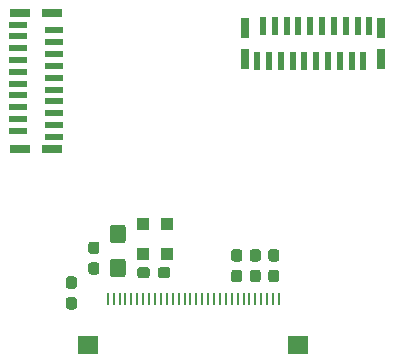
<source format=gbr>
%TF.GenerationSoftware,KiCad,Pcbnew,(5.1.6)-1*%
%TF.CreationDate,2020-11-14T16:31:53+00:00*%
%TF.ProjectId,Displayboard4,44697370-6c61-4796-926f-617264342e6b,rev?*%
%TF.SameCoordinates,Original*%
%TF.FileFunction,Paste,Top*%
%TF.FilePolarity,Positive*%
%FSLAX46Y46*%
G04 Gerber Fmt 4.6, Leading zero omitted, Abs format (unit mm)*
G04 Created by KiCad (PCBNEW (5.1.6)-1) date 2020-11-14 16:31:53*
%MOMM*%
%LPD*%
G01*
G04 APERTURE LIST*
%ADD10R,0.250000X1.100000*%
%ADD11R,1.700000X1.500000*%
%ADD12R,1.800000X0.800000*%
%ADD13R,1.500000X0.600000*%
%ADD14R,0.600000X1.500000*%
%ADD15R,0.800000X1.800000*%
%ADD16R,1.000000X1.000000*%
G04 APERTURE END LIST*
D10*
%TO.C,U1*%
X129750000Y-75870000D03*
X129250000Y-75870000D03*
X128750000Y-75870000D03*
X128250000Y-75870000D03*
X127750000Y-75870000D03*
X127250000Y-75870000D03*
X126750000Y-75870000D03*
X126250000Y-75870000D03*
X125750000Y-75870000D03*
X125250000Y-75870000D03*
X124750000Y-75870000D03*
X124250000Y-75870000D03*
X123750000Y-75870000D03*
X123250000Y-75870000D03*
X122750000Y-75870000D03*
X122250000Y-75870000D03*
X121750000Y-75870000D03*
X121250000Y-75870000D03*
X120750000Y-75870000D03*
X120250000Y-75870000D03*
X119750000Y-75870000D03*
X119250000Y-75870000D03*
X118750000Y-75870000D03*
X118250000Y-75870000D03*
X117750000Y-75870000D03*
X117250000Y-75870000D03*
X116750000Y-75870000D03*
X115750000Y-75870000D03*
X115250000Y-75870000D03*
X116250000Y-75870000D03*
D11*
X131400000Y-79770000D03*
X113600000Y-79770000D03*
%TD*%
%TO.C,C2*%
G36*
G01*
X116525001Y-71125000D02*
X115674999Y-71125000D01*
G75*
G02*
X115425000Y-70875001I0J249999D01*
G01*
X115425000Y-69799999D01*
G75*
G02*
X115674999Y-69550000I249999J0D01*
G01*
X116525001Y-69550000D01*
G75*
G02*
X116775000Y-69799999I0J-249999D01*
G01*
X116775000Y-70875001D01*
G75*
G02*
X116525001Y-71125000I-249999J0D01*
G01*
G37*
G36*
G01*
X116525001Y-74000000D02*
X115674999Y-74000000D01*
G75*
G02*
X115425000Y-73750001I0J249999D01*
G01*
X115425000Y-72674999D01*
G75*
G02*
X115674999Y-72425000I249999J0D01*
G01*
X116525001Y-72425000D01*
G75*
G02*
X116775000Y-72674999I0J-249999D01*
G01*
X116775000Y-73750001D01*
G75*
G02*
X116525001Y-74000000I-249999J0D01*
G01*
G37*
%TD*%
D12*
%TO.C,J1*%
X107825000Y-63100000D03*
X110525000Y-63100000D03*
X110525000Y-51600000D03*
X107825000Y-51600000D03*
D13*
X107675000Y-52600000D03*
X107675000Y-53600000D03*
X107675000Y-54600000D03*
X107675000Y-55600000D03*
X107675000Y-56600000D03*
X107675000Y-57600000D03*
X107675000Y-58600000D03*
X107675000Y-59600000D03*
X107675000Y-60600000D03*
X107675000Y-61600000D03*
X110675000Y-62100000D03*
X110675000Y-61100000D03*
X110675000Y-60100000D03*
X110675000Y-59100000D03*
X110675000Y-58100000D03*
X110675000Y-57100000D03*
X110675000Y-56100000D03*
X110675000Y-55100000D03*
X110675000Y-54100000D03*
X110675000Y-53100000D03*
%TD*%
%TO.C,R2*%
G36*
G01*
X119500000Y-73837500D02*
X119500000Y-73362500D01*
G75*
G02*
X119737500Y-73125000I237500J0D01*
G01*
X120312500Y-73125000D01*
G75*
G02*
X120550000Y-73362500I0J-237500D01*
G01*
X120550000Y-73837500D01*
G75*
G02*
X120312500Y-74075000I-237500J0D01*
G01*
X119737500Y-74075000D01*
G75*
G02*
X119500000Y-73837500I0J237500D01*
G01*
G37*
G36*
G01*
X117750000Y-73837500D02*
X117750000Y-73362500D01*
G75*
G02*
X117987500Y-73125000I237500J0D01*
G01*
X118562500Y-73125000D01*
G75*
G02*
X118800000Y-73362500I0J-237500D01*
G01*
X118800000Y-73837500D01*
G75*
G02*
X118562500Y-74075000I-237500J0D01*
G01*
X117987500Y-74075000D01*
G75*
G02*
X117750000Y-73837500I0J237500D01*
G01*
G37*
%TD*%
%TO.C,R1*%
G36*
G01*
X126402500Y-72665000D02*
X125927500Y-72665000D01*
G75*
G02*
X125690000Y-72427500I0J237500D01*
G01*
X125690000Y-71852500D01*
G75*
G02*
X125927500Y-71615000I237500J0D01*
G01*
X126402500Y-71615000D01*
G75*
G02*
X126640000Y-71852500I0J-237500D01*
G01*
X126640000Y-72427500D01*
G75*
G02*
X126402500Y-72665000I-237500J0D01*
G01*
G37*
G36*
G01*
X126402500Y-74415000D02*
X125927500Y-74415000D01*
G75*
G02*
X125690000Y-74177500I0J237500D01*
G01*
X125690000Y-73602500D01*
G75*
G02*
X125927500Y-73365000I237500J0D01*
G01*
X126402500Y-73365000D01*
G75*
G02*
X126640000Y-73602500I0J-237500D01*
G01*
X126640000Y-74177500D01*
G75*
G02*
X126402500Y-74415000I-237500J0D01*
G01*
G37*
%TD*%
D14*
%TO.C,J2*%
X136900000Y-55700000D03*
X135900000Y-55700000D03*
X134900000Y-55700000D03*
X133900000Y-55700000D03*
X132900000Y-55700000D03*
X131900000Y-55700000D03*
X130900000Y-55700000D03*
X129900000Y-55700000D03*
X128900000Y-55700000D03*
X127900000Y-55700000D03*
X128400000Y-52700000D03*
X129400000Y-52700000D03*
X130400000Y-52700000D03*
X131400000Y-52700000D03*
X132400000Y-52700000D03*
X133400000Y-52700000D03*
X134400000Y-52700000D03*
X135400000Y-52700000D03*
X136400000Y-52700000D03*
X137400000Y-52700000D03*
D15*
X138400000Y-52850000D03*
X138400000Y-55550000D03*
X126900000Y-55550000D03*
X126900000Y-52850000D03*
%TD*%
D16*
%TO.C,D2*%
X120275000Y-72000000D03*
X120275000Y-69500000D03*
%TD*%
%TO.C,D1*%
X118275000Y-72000000D03*
X118275000Y-69500000D03*
%TD*%
%TO.C,C5*%
G36*
G01*
X129552500Y-72665000D02*
X129077500Y-72665000D01*
G75*
G02*
X128840000Y-72427500I0J237500D01*
G01*
X128840000Y-71852500D01*
G75*
G02*
X129077500Y-71615000I237500J0D01*
G01*
X129552500Y-71615000D01*
G75*
G02*
X129790000Y-71852500I0J-237500D01*
G01*
X129790000Y-72427500D01*
G75*
G02*
X129552500Y-72665000I-237500J0D01*
G01*
G37*
G36*
G01*
X129552500Y-74415000D02*
X129077500Y-74415000D01*
G75*
G02*
X128840000Y-74177500I0J237500D01*
G01*
X128840000Y-73602500D01*
G75*
G02*
X129077500Y-73365000I237500J0D01*
G01*
X129552500Y-73365000D01*
G75*
G02*
X129790000Y-73602500I0J-237500D01*
G01*
X129790000Y-74177500D01*
G75*
G02*
X129552500Y-74415000I-237500J0D01*
G01*
G37*
%TD*%
%TO.C,C4*%
G36*
G01*
X111937500Y-75674999D02*
X112412500Y-75674999D01*
G75*
G02*
X112650000Y-75912499I0J-237500D01*
G01*
X112650000Y-76487499D01*
G75*
G02*
X112412500Y-76724999I-237500J0D01*
G01*
X111937500Y-76724999D01*
G75*
G02*
X111700000Y-76487499I0J237500D01*
G01*
X111700000Y-75912499D01*
G75*
G02*
X111937500Y-75674999I237500J0D01*
G01*
G37*
G36*
G01*
X111937500Y-73924999D02*
X112412500Y-73924999D01*
G75*
G02*
X112650000Y-74162499I0J-237500D01*
G01*
X112650000Y-74737499D01*
G75*
G02*
X112412500Y-74974999I-237500J0D01*
G01*
X111937500Y-74974999D01*
G75*
G02*
X111700000Y-74737499I0J237500D01*
G01*
X111700000Y-74162499D01*
G75*
G02*
X111937500Y-73924999I237500J0D01*
G01*
G37*
%TD*%
%TO.C,C3*%
G36*
G01*
X127977500Y-72665000D02*
X127502500Y-72665000D01*
G75*
G02*
X127265000Y-72427500I0J237500D01*
G01*
X127265000Y-71852500D01*
G75*
G02*
X127502500Y-71615000I237500J0D01*
G01*
X127977500Y-71615000D01*
G75*
G02*
X128215000Y-71852500I0J-237500D01*
G01*
X128215000Y-72427500D01*
G75*
G02*
X127977500Y-72665000I-237500J0D01*
G01*
G37*
G36*
G01*
X127977500Y-74415000D02*
X127502500Y-74415000D01*
G75*
G02*
X127265000Y-74177500I0J237500D01*
G01*
X127265000Y-73602500D01*
G75*
G02*
X127502500Y-73365000I237500J0D01*
G01*
X127977500Y-73365000D01*
G75*
G02*
X128215000Y-73602500I0J-237500D01*
G01*
X128215000Y-74177500D01*
G75*
G02*
X127977500Y-74415000I-237500J0D01*
G01*
G37*
%TD*%
%TO.C,C1*%
G36*
G01*
X114312500Y-72025000D02*
X113837500Y-72025000D01*
G75*
G02*
X113600000Y-71787500I0J237500D01*
G01*
X113600000Y-71212500D01*
G75*
G02*
X113837500Y-70975000I237500J0D01*
G01*
X114312500Y-70975000D01*
G75*
G02*
X114550000Y-71212500I0J-237500D01*
G01*
X114550000Y-71787500D01*
G75*
G02*
X114312500Y-72025000I-237500J0D01*
G01*
G37*
G36*
G01*
X114312500Y-73775000D02*
X113837500Y-73775000D01*
G75*
G02*
X113600000Y-73537500I0J237500D01*
G01*
X113600000Y-72962500D01*
G75*
G02*
X113837500Y-72725000I237500J0D01*
G01*
X114312500Y-72725000D01*
G75*
G02*
X114550000Y-72962500I0J-237500D01*
G01*
X114550000Y-73537500D01*
G75*
G02*
X114312500Y-73775000I-237500J0D01*
G01*
G37*
%TD*%
M02*

</source>
